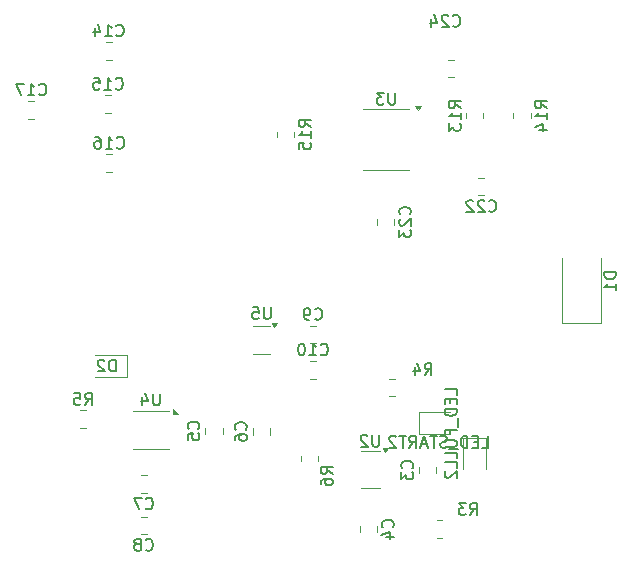
<source format=gbr>
%TF.GenerationSoftware,KiCad,Pcbnew,8.0.8*%
%TF.CreationDate,2025-01-27T11:39:49+01:00*%
%TF.ProjectId,PGE_PCB,5047455f-5043-4422-9e6b-696361645f70,rev?*%
%TF.SameCoordinates,Original*%
%TF.FileFunction,Legend,Bot*%
%TF.FilePolarity,Positive*%
%FSLAX46Y46*%
G04 Gerber Fmt 4.6, Leading zero omitted, Abs format (unit mm)*
G04 Created by KiCad (PCBNEW 8.0.8) date 2025-01-27 11:39:49*
%MOMM*%
%LPD*%
G01*
G04 APERTURE LIST*
%ADD10C,0.150000*%
%ADD11C,0.120000*%
G04 APERTURE END LIST*
D10*
X154604167Y-104104819D02*
X155080357Y-104104819D01*
X155080357Y-104104819D02*
X155080357Y-103104819D01*
X154270833Y-103581009D02*
X153937500Y-103581009D01*
X153794643Y-104104819D02*
X154270833Y-104104819D01*
X154270833Y-104104819D02*
X154270833Y-103104819D01*
X154270833Y-103104819D02*
X153794643Y-103104819D01*
X153366071Y-104104819D02*
X153366071Y-103104819D01*
X153366071Y-103104819D02*
X153127976Y-103104819D01*
X153127976Y-103104819D02*
X152985119Y-103152438D01*
X152985119Y-103152438D02*
X152889881Y-103247676D01*
X152889881Y-103247676D02*
X152842262Y-103342914D01*
X152842262Y-103342914D02*
X152794643Y-103533390D01*
X152794643Y-103533390D02*
X152794643Y-103676247D01*
X152794643Y-103676247D02*
X152842262Y-103866723D01*
X152842262Y-103866723D02*
X152889881Y-103961961D01*
X152889881Y-103961961D02*
X152985119Y-104057200D01*
X152985119Y-104057200D02*
X153127976Y-104104819D01*
X153127976Y-104104819D02*
X153366071Y-104104819D01*
X152604167Y-104200057D02*
X151842262Y-104200057D01*
X151651785Y-104057200D02*
X151508928Y-104104819D01*
X151508928Y-104104819D02*
X151270833Y-104104819D01*
X151270833Y-104104819D02*
X151175595Y-104057200D01*
X151175595Y-104057200D02*
X151127976Y-104009580D01*
X151127976Y-104009580D02*
X151080357Y-103914342D01*
X151080357Y-103914342D02*
X151080357Y-103819104D01*
X151080357Y-103819104D02*
X151127976Y-103723866D01*
X151127976Y-103723866D02*
X151175595Y-103676247D01*
X151175595Y-103676247D02*
X151270833Y-103628628D01*
X151270833Y-103628628D02*
X151461309Y-103581009D01*
X151461309Y-103581009D02*
X151556547Y-103533390D01*
X151556547Y-103533390D02*
X151604166Y-103485771D01*
X151604166Y-103485771D02*
X151651785Y-103390533D01*
X151651785Y-103390533D02*
X151651785Y-103295295D01*
X151651785Y-103295295D02*
X151604166Y-103200057D01*
X151604166Y-103200057D02*
X151556547Y-103152438D01*
X151556547Y-103152438D02*
X151461309Y-103104819D01*
X151461309Y-103104819D02*
X151223214Y-103104819D01*
X151223214Y-103104819D02*
X151080357Y-103152438D01*
X150794642Y-103104819D02*
X150223214Y-103104819D01*
X150508928Y-104104819D02*
X150508928Y-103104819D01*
X149937499Y-103819104D02*
X149461309Y-103819104D01*
X150032737Y-104104819D02*
X149699404Y-103104819D01*
X149699404Y-103104819D02*
X149366071Y-104104819D01*
X148461309Y-104104819D02*
X148794642Y-103628628D01*
X149032737Y-104104819D02*
X149032737Y-103104819D01*
X149032737Y-103104819D02*
X148651785Y-103104819D01*
X148651785Y-103104819D02*
X148556547Y-103152438D01*
X148556547Y-103152438D02*
X148508928Y-103200057D01*
X148508928Y-103200057D02*
X148461309Y-103295295D01*
X148461309Y-103295295D02*
X148461309Y-103438152D01*
X148461309Y-103438152D02*
X148508928Y-103533390D01*
X148508928Y-103533390D02*
X148556547Y-103581009D01*
X148556547Y-103581009D02*
X148651785Y-103628628D01*
X148651785Y-103628628D02*
X149032737Y-103628628D01*
X148175594Y-103104819D02*
X147604166Y-103104819D01*
X147889880Y-104104819D02*
X147889880Y-103104819D01*
X147318451Y-103200057D02*
X147270832Y-103152438D01*
X147270832Y-103152438D02*
X147175594Y-103104819D01*
X147175594Y-103104819D02*
X146937499Y-103104819D01*
X146937499Y-103104819D02*
X146842261Y-103152438D01*
X146842261Y-103152438D02*
X146794642Y-103200057D01*
X146794642Y-103200057D02*
X146747023Y-103295295D01*
X146747023Y-103295295D02*
X146747023Y-103390533D01*
X146747023Y-103390533D02*
X146794642Y-103533390D01*
X146794642Y-103533390D02*
X147366070Y-104104819D01*
X147366070Y-104104819D02*
X146747023Y-104104819D01*
X140466666Y-93184580D02*
X140514285Y-93232200D01*
X140514285Y-93232200D02*
X140657142Y-93279819D01*
X140657142Y-93279819D02*
X140752380Y-93279819D01*
X140752380Y-93279819D02*
X140895237Y-93232200D01*
X140895237Y-93232200D02*
X140990475Y-93136961D01*
X140990475Y-93136961D02*
X141038094Y-93041723D01*
X141038094Y-93041723D02*
X141085713Y-92851247D01*
X141085713Y-92851247D02*
X141085713Y-92708390D01*
X141085713Y-92708390D02*
X141038094Y-92517914D01*
X141038094Y-92517914D02*
X140990475Y-92422676D01*
X140990475Y-92422676D02*
X140895237Y-92327438D01*
X140895237Y-92327438D02*
X140752380Y-92279819D01*
X140752380Y-92279819D02*
X140657142Y-92279819D01*
X140657142Y-92279819D02*
X140514285Y-92327438D01*
X140514285Y-92327438D02*
X140466666Y-92375057D01*
X139990475Y-93279819D02*
X139799999Y-93279819D01*
X139799999Y-93279819D02*
X139704761Y-93232200D01*
X139704761Y-93232200D02*
X139657142Y-93184580D01*
X139657142Y-93184580D02*
X139561904Y-93041723D01*
X139561904Y-93041723D02*
X139514285Y-92851247D01*
X139514285Y-92851247D02*
X139514285Y-92470295D01*
X139514285Y-92470295D02*
X139561904Y-92375057D01*
X139561904Y-92375057D02*
X139609523Y-92327438D01*
X139609523Y-92327438D02*
X139704761Y-92279819D01*
X139704761Y-92279819D02*
X139895237Y-92279819D01*
X139895237Y-92279819D02*
X139990475Y-92327438D01*
X139990475Y-92327438D02*
X140038094Y-92375057D01*
X140038094Y-92375057D02*
X140085713Y-92470295D01*
X140085713Y-92470295D02*
X140085713Y-92708390D01*
X140085713Y-92708390D02*
X140038094Y-92803628D01*
X140038094Y-92803628D02*
X139990475Y-92851247D01*
X139990475Y-92851247D02*
X139895237Y-92898866D01*
X139895237Y-92898866D02*
X139704761Y-92898866D01*
X139704761Y-92898866D02*
X139609523Y-92851247D01*
X139609523Y-92851247D02*
X139561904Y-92803628D01*
X139561904Y-92803628D02*
X139514285Y-92708390D01*
X153579166Y-109804819D02*
X153912499Y-109328628D01*
X154150594Y-109804819D02*
X154150594Y-108804819D01*
X154150594Y-108804819D02*
X153769642Y-108804819D01*
X153769642Y-108804819D02*
X153674404Y-108852438D01*
X153674404Y-108852438D02*
X153626785Y-108900057D01*
X153626785Y-108900057D02*
X153579166Y-108995295D01*
X153579166Y-108995295D02*
X153579166Y-109138152D01*
X153579166Y-109138152D02*
X153626785Y-109233390D01*
X153626785Y-109233390D02*
X153674404Y-109281009D01*
X153674404Y-109281009D02*
X153769642Y-109328628D01*
X153769642Y-109328628D02*
X154150594Y-109328628D01*
X153245832Y-108804819D02*
X152626785Y-108804819D01*
X152626785Y-108804819D02*
X152960118Y-109185771D01*
X152960118Y-109185771D02*
X152817261Y-109185771D01*
X152817261Y-109185771D02*
X152722023Y-109233390D01*
X152722023Y-109233390D02*
X152674404Y-109281009D01*
X152674404Y-109281009D02*
X152626785Y-109376247D01*
X152626785Y-109376247D02*
X152626785Y-109614342D01*
X152626785Y-109614342D02*
X152674404Y-109709580D01*
X152674404Y-109709580D02*
X152722023Y-109757200D01*
X152722023Y-109757200D02*
X152817261Y-109804819D01*
X152817261Y-109804819D02*
X153102975Y-109804819D01*
X153102975Y-109804819D02*
X153198213Y-109757200D01*
X153198213Y-109757200D02*
X153245832Y-109709580D01*
X120994166Y-100488819D02*
X121327499Y-100012628D01*
X121565594Y-100488819D02*
X121565594Y-99488819D01*
X121565594Y-99488819D02*
X121184642Y-99488819D01*
X121184642Y-99488819D02*
X121089404Y-99536438D01*
X121089404Y-99536438D02*
X121041785Y-99584057D01*
X121041785Y-99584057D02*
X120994166Y-99679295D01*
X120994166Y-99679295D02*
X120994166Y-99822152D01*
X120994166Y-99822152D02*
X121041785Y-99917390D01*
X121041785Y-99917390D02*
X121089404Y-99965009D01*
X121089404Y-99965009D02*
X121184642Y-100012628D01*
X121184642Y-100012628D02*
X121565594Y-100012628D01*
X120089404Y-99488819D02*
X120565594Y-99488819D01*
X120565594Y-99488819D02*
X120613213Y-99965009D01*
X120613213Y-99965009D02*
X120565594Y-99917390D01*
X120565594Y-99917390D02*
X120470356Y-99869771D01*
X120470356Y-99869771D02*
X120232261Y-99869771D01*
X120232261Y-99869771D02*
X120137023Y-99917390D01*
X120137023Y-99917390D02*
X120089404Y-99965009D01*
X120089404Y-99965009D02*
X120041785Y-100060247D01*
X120041785Y-100060247D02*
X120041785Y-100298342D01*
X120041785Y-100298342D02*
X120089404Y-100393580D01*
X120089404Y-100393580D02*
X120137023Y-100441200D01*
X120137023Y-100441200D02*
X120232261Y-100488819D01*
X120232261Y-100488819D02*
X120470356Y-100488819D01*
X120470356Y-100488819D02*
X120565594Y-100441200D01*
X120565594Y-100441200D02*
X120613213Y-100393580D01*
X165954819Y-89261905D02*
X164954819Y-89261905D01*
X164954819Y-89261905D02*
X164954819Y-89500000D01*
X164954819Y-89500000D02*
X165002438Y-89642857D01*
X165002438Y-89642857D02*
X165097676Y-89738095D01*
X165097676Y-89738095D02*
X165192914Y-89785714D01*
X165192914Y-89785714D02*
X165383390Y-89833333D01*
X165383390Y-89833333D02*
X165526247Y-89833333D01*
X165526247Y-89833333D02*
X165716723Y-89785714D01*
X165716723Y-89785714D02*
X165811961Y-89738095D01*
X165811961Y-89738095D02*
X165907200Y-89642857D01*
X165907200Y-89642857D02*
X165954819Y-89500000D01*
X165954819Y-89500000D02*
X165954819Y-89261905D01*
X165954819Y-90785714D02*
X165954819Y-90214286D01*
X165954819Y-90500000D02*
X164954819Y-90500000D01*
X164954819Y-90500000D02*
X165097676Y-90404762D01*
X165097676Y-90404762D02*
X165192914Y-90309524D01*
X165192914Y-90309524D02*
X165240533Y-90214286D01*
X145899404Y-103004819D02*
X145899404Y-103814342D01*
X145899404Y-103814342D02*
X145851785Y-103909580D01*
X145851785Y-103909580D02*
X145804166Y-103957200D01*
X145804166Y-103957200D02*
X145708928Y-104004819D01*
X145708928Y-104004819D02*
X145518452Y-104004819D01*
X145518452Y-104004819D02*
X145423214Y-103957200D01*
X145423214Y-103957200D02*
X145375595Y-103909580D01*
X145375595Y-103909580D02*
X145327976Y-103814342D01*
X145327976Y-103814342D02*
X145327976Y-103004819D01*
X144899404Y-103100057D02*
X144851785Y-103052438D01*
X144851785Y-103052438D02*
X144756547Y-103004819D01*
X144756547Y-103004819D02*
X144518452Y-103004819D01*
X144518452Y-103004819D02*
X144423214Y-103052438D01*
X144423214Y-103052438D02*
X144375595Y-103100057D01*
X144375595Y-103100057D02*
X144327976Y-103195295D01*
X144327976Y-103195295D02*
X144327976Y-103290533D01*
X144327976Y-103290533D02*
X144375595Y-103433390D01*
X144375595Y-103433390D02*
X144947023Y-104004819D01*
X144947023Y-104004819D02*
X144327976Y-104004819D01*
X126131666Y-109223580D02*
X126179285Y-109271200D01*
X126179285Y-109271200D02*
X126322142Y-109318819D01*
X126322142Y-109318819D02*
X126417380Y-109318819D01*
X126417380Y-109318819D02*
X126560237Y-109271200D01*
X126560237Y-109271200D02*
X126655475Y-109175961D01*
X126655475Y-109175961D02*
X126703094Y-109080723D01*
X126703094Y-109080723D02*
X126750713Y-108890247D01*
X126750713Y-108890247D02*
X126750713Y-108747390D01*
X126750713Y-108747390D02*
X126703094Y-108556914D01*
X126703094Y-108556914D02*
X126655475Y-108461676D01*
X126655475Y-108461676D02*
X126560237Y-108366438D01*
X126560237Y-108366438D02*
X126417380Y-108318819D01*
X126417380Y-108318819D02*
X126322142Y-108318819D01*
X126322142Y-108318819D02*
X126179285Y-108366438D01*
X126179285Y-108366438D02*
X126131666Y-108414057D01*
X125798332Y-108318819D02*
X125131666Y-108318819D01*
X125131666Y-108318819D02*
X125560237Y-109318819D01*
X136711904Y-92204819D02*
X136711904Y-93014342D01*
X136711904Y-93014342D02*
X136664285Y-93109580D01*
X136664285Y-93109580D02*
X136616666Y-93157200D01*
X136616666Y-93157200D02*
X136521428Y-93204819D01*
X136521428Y-93204819D02*
X136330952Y-93204819D01*
X136330952Y-93204819D02*
X136235714Y-93157200D01*
X136235714Y-93157200D02*
X136188095Y-93109580D01*
X136188095Y-93109580D02*
X136140476Y-93014342D01*
X136140476Y-93014342D02*
X136140476Y-92204819D01*
X135188095Y-92204819D02*
X135664285Y-92204819D01*
X135664285Y-92204819D02*
X135711904Y-92681009D01*
X135711904Y-92681009D02*
X135664285Y-92633390D01*
X135664285Y-92633390D02*
X135569047Y-92585771D01*
X135569047Y-92585771D02*
X135330952Y-92585771D01*
X135330952Y-92585771D02*
X135235714Y-92633390D01*
X135235714Y-92633390D02*
X135188095Y-92681009D01*
X135188095Y-92681009D02*
X135140476Y-92776247D01*
X135140476Y-92776247D02*
X135140476Y-93014342D01*
X135140476Y-93014342D02*
X135188095Y-93109580D01*
X135188095Y-93109580D02*
X135235714Y-93157200D01*
X135235714Y-93157200D02*
X135330952Y-93204819D01*
X135330952Y-93204819D02*
X135569047Y-93204819D01*
X135569047Y-93204819D02*
X135664285Y-93157200D01*
X135664285Y-93157200D02*
X135711904Y-93109580D01*
X148489580Y-84357142D02*
X148537200Y-84309523D01*
X148537200Y-84309523D02*
X148584819Y-84166666D01*
X148584819Y-84166666D02*
X148584819Y-84071428D01*
X148584819Y-84071428D02*
X148537200Y-83928571D01*
X148537200Y-83928571D02*
X148441961Y-83833333D01*
X148441961Y-83833333D02*
X148346723Y-83785714D01*
X148346723Y-83785714D02*
X148156247Y-83738095D01*
X148156247Y-83738095D02*
X148013390Y-83738095D01*
X148013390Y-83738095D02*
X147822914Y-83785714D01*
X147822914Y-83785714D02*
X147727676Y-83833333D01*
X147727676Y-83833333D02*
X147632438Y-83928571D01*
X147632438Y-83928571D02*
X147584819Y-84071428D01*
X147584819Y-84071428D02*
X147584819Y-84166666D01*
X147584819Y-84166666D02*
X147632438Y-84309523D01*
X147632438Y-84309523D02*
X147680057Y-84357142D01*
X147680057Y-84738095D02*
X147632438Y-84785714D01*
X147632438Y-84785714D02*
X147584819Y-84880952D01*
X147584819Y-84880952D02*
X147584819Y-85119047D01*
X147584819Y-85119047D02*
X147632438Y-85214285D01*
X147632438Y-85214285D02*
X147680057Y-85261904D01*
X147680057Y-85261904D02*
X147775295Y-85309523D01*
X147775295Y-85309523D02*
X147870533Y-85309523D01*
X147870533Y-85309523D02*
X148013390Y-85261904D01*
X148013390Y-85261904D02*
X148584819Y-84690476D01*
X148584819Y-84690476D02*
X148584819Y-85309523D01*
X147584819Y-85642857D02*
X147584819Y-86261904D01*
X147584819Y-86261904D02*
X147965771Y-85928571D01*
X147965771Y-85928571D02*
X147965771Y-86071428D01*
X147965771Y-86071428D02*
X148013390Y-86166666D01*
X148013390Y-86166666D02*
X148061009Y-86214285D01*
X148061009Y-86214285D02*
X148156247Y-86261904D01*
X148156247Y-86261904D02*
X148394342Y-86261904D01*
X148394342Y-86261904D02*
X148489580Y-86214285D01*
X148489580Y-86214285D02*
X148537200Y-86166666D01*
X148537200Y-86166666D02*
X148584819Y-86071428D01*
X148584819Y-86071428D02*
X148584819Y-85785714D01*
X148584819Y-85785714D02*
X148537200Y-85690476D01*
X148537200Y-85690476D02*
X148489580Y-85642857D01*
X130594580Y-102517333D02*
X130642200Y-102469714D01*
X130642200Y-102469714D02*
X130689819Y-102326857D01*
X130689819Y-102326857D02*
X130689819Y-102231619D01*
X130689819Y-102231619D02*
X130642200Y-102088762D01*
X130642200Y-102088762D02*
X130546961Y-101993524D01*
X130546961Y-101993524D02*
X130451723Y-101945905D01*
X130451723Y-101945905D02*
X130261247Y-101898286D01*
X130261247Y-101898286D02*
X130118390Y-101898286D01*
X130118390Y-101898286D02*
X129927914Y-101945905D01*
X129927914Y-101945905D02*
X129832676Y-101993524D01*
X129832676Y-101993524D02*
X129737438Y-102088762D01*
X129737438Y-102088762D02*
X129689819Y-102231619D01*
X129689819Y-102231619D02*
X129689819Y-102326857D01*
X129689819Y-102326857D02*
X129737438Y-102469714D01*
X129737438Y-102469714D02*
X129785057Y-102517333D01*
X129689819Y-103422095D02*
X129689819Y-102945905D01*
X129689819Y-102945905D02*
X130166009Y-102898286D01*
X130166009Y-102898286D02*
X130118390Y-102945905D01*
X130118390Y-102945905D02*
X130070771Y-103041143D01*
X130070771Y-103041143D02*
X130070771Y-103279238D01*
X130070771Y-103279238D02*
X130118390Y-103374476D01*
X130118390Y-103374476D02*
X130166009Y-103422095D01*
X130166009Y-103422095D02*
X130261247Y-103469714D01*
X130261247Y-103469714D02*
X130499342Y-103469714D01*
X130499342Y-103469714D02*
X130594580Y-103422095D01*
X130594580Y-103422095D02*
X130642200Y-103374476D01*
X130642200Y-103374476D02*
X130689819Y-103279238D01*
X130689819Y-103279238D02*
X130689819Y-103041143D01*
X130689819Y-103041143D02*
X130642200Y-102945905D01*
X130642200Y-102945905D02*
X130594580Y-102898286D01*
X147039580Y-110833333D02*
X147087200Y-110785714D01*
X147087200Y-110785714D02*
X147134819Y-110642857D01*
X147134819Y-110642857D02*
X147134819Y-110547619D01*
X147134819Y-110547619D02*
X147087200Y-110404762D01*
X147087200Y-110404762D02*
X146991961Y-110309524D01*
X146991961Y-110309524D02*
X146896723Y-110261905D01*
X146896723Y-110261905D02*
X146706247Y-110214286D01*
X146706247Y-110214286D02*
X146563390Y-110214286D01*
X146563390Y-110214286D02*
X146372914Y-110261905D01*
X146372914Y-110261905D02*
X146277676Y-110309524D01*
X146277676Y-110309524D02*
X146182438Y-110404762D01*
X146182438Y-110404762D02*
X146134819Y-110547619D01*
X146134819Y-110547619D02*
X146134819Y-110642857D01*
X146134819Y-110642857D02*
X146182438Y-110785714D01*
X146182438Y-110785714D02*
X146230057Y-110833333D01*
X146468152Y-111690476D02*
X147134819Y-111690476D01*
X146087200Y-111452381D02*
X146801485Y-111214286D01*
X146801485Y-111214286D02*
X146801485Y-111833333D01*
X123592857Y-73679580D02*
X123640476Y-73727200D01*
X123640476Y-73727200D02*
X123783333Y-73774819D01*
X123783333Y-73774819D02*
X123878571Y-73774819D01*
X123878571Y-73774819D02*
X124021428Y-73727200D01*
X124021428Y-73727200D02*
X124116666Y-73631961D01*
X124116666Y-73631961D02*
X124164285Y-73536723D01*
X124164285Y-73536723D02*
X124211904Y-73346247D01*
X124211904Y-73346247D02*
X124211904Y-73203390D01*
X124211904Y-73203390D02*
X124164285Y-73012914D01*
X124164285Y-73012914D02*
X124116666Y-72917676D01*
X124116666Y-72917676D02*
X124021428Y-72822438D01*
X124021428Y-72822438D02*
X123878571Y-72774819D01*
X123878571Y-72774819D02*
X123783333Y-72774819D01*
X123783333Y-72774819D02*
X123640476Y-72822438D01*
X123640476Y-72822438D02*
X123592857Y-72870057D01*
X122640476Y-73774819D02*
X123211904Y-73774819D01*
X122926190Y-73774819D02*
X122926190Y-72774819D01*
X122926190Y-72774819D02*
X123021428Y-72917676D01*
X123021428Y-72917676D02*
X123116666Y-73012914D01*
X123116666Y-73012914D02*
X123211904Y-73060533D01*
X121735714Y-72774819D02*
X122211904Y-72774819D01*
X122211904Y-72774819D02*
X122259523Y-73251009D01*
X122259523Y-73251009D02*
X122211904Y-73203390D01*
X122211904Y-73203390D02*
X122116666Y-73155771D01*
X122116666Y-73155771D02*
X121878571Y-73155771D01*
X121878571Y-73155771D02*
X121783333Y-73203390D01*
X121783333Y-73203390D02*
X121735714Y-73251009D01*
X121735714Y-73251009D02*
X121688095Y-73346247D01*
X121688095Y-73346247D02*
X121688095Y-73584342D01*
X121688095Y-73584342D02*
X121735714Y-73679580D01*
X121735714Y-73679580D02*
X121783333Y-73727200D01*
X121783333Y-73727200D02*
X121878571Y-73774819D01*
X121878571Y-73774819D02*
X122116666Y-73774819D01*
X122116666Y-73774819D02*
X122211904Y-73727200D01*
X122211904Y-73727200D02*
X122259523Y-73679580D01*
X123590594Y-97638819D02*
X123590594Y-96638819D01*
X123590594Y-96638819D02*
X123352499Y-96638819D01*
X123352499Y-96638819D02*
X123209642Y-96686438D01*
X123209642Y-96686438D02*
X123114404Y-96781676D01*
X123114404Y-96781676D02*
X123066785Y-96876914D01*
X123066785Y-96876914D02*
X123019166Y-97067390D01*
X123019166Y-97067390D02*
X123019166Y-97210247D01*
X123019166Y-97210247D02*
X123066785Y-97400723D01*
X123066785Y-97400723D02*
X123114404Y-97495961D01*
X123114404Y-97495961D02*
X123209642Y-97591200D01*
X123209642Y-97591200D02*
X123352499Y-97638819D01*
X123352499Y-97638819D02*
X123590594Y-97638819D01*
X122638213Y-96734057D02*
X122590594Y-96686438D01*
X122590594Y-96686438D02*
X122495356Y-96638819D01*
X122495356Y-96638819D02*
X122257261Y-96638819D01*
X122257261Y-96638819D02*
X122162023Y-96686438D01*
X122162023Y-96686438D02*
X122114404Y-96734057D01*
X122114404Y-96734057D02*
X122066785Y-96829295D01*
X122066785Y-96829295D02*
X122066785Y-96924533D01*
X122066785Y-96924533D02*
X122114404Y-97067390D01*
X122114404Y-97067390D02*
X122685832Y-97638819D01*
X122685832Y-97638819D02*
X122066785Y-97638819D01*
X152142857Y-68359580D02*
X152190476Y-68407200D01*
X152190476Y-68407200D02*
X152333333Y-68454819D01*
X152333333Y-68454819D02*
X152428571Y-68454819D01*
X152428571Y-68454819D02*
X152571428Y-68407200D01*
X152571428Y-68407200D02*
X152666666Y-68311961D01*
X152666666Y-68311961D02*
X152714285Y-68216723D01*
X152714285Y-68216723D02*
X152761904Y-68026247D01*
X152761904Y-68026247D02*
X152761904Y-67883390D01*
X152761904Y-67883390D02*
X152714285Y-67692914D01*
X152714285Y-67692914D02*
X152666666Y-67597676D01*
X152666666Y-67597676D02*
X152571428Y-67502438D01*
X152571428Y-67502438D02*
X152428571Y-67454819D01*
X152428571Y-67454819D02*
X152333333Y-67454819D01*
X152333333Y-67454819D02*
X152190476Y-67502438D01*
X152190476Y-67502438D02*
X152142857Y-67550057D01*
X151761904Y-67550057D02*
X151714285Y-67502438D01*
X151714285Y-67502438D02*
X151619047Y-67454819D01*
X151619047Y-67454819D02*
X151380952Y-67454819D01*
X151380952Y-67454819D02*
X151285714Y-67502438D01*
X151285714Y-67502438D02*
X151238095Y-67550057D01*
X151238095Y-67550057D02*
X151190476Y-67645295D01*
X151190476Y-67645295D02*
X151190476Y-67740533D01*
X151190476Y-67740533D02*
X151238095Y-67883390D01*
X151238095Y-67883390D02*
X151809523Y-68454819D01*
X151809523Y-68454819D02*
X151190476Y-68454819D01*
X150333333Y-67788152D02*
X150333333Y-68454819D01*
X150571428Y-67407200D02*
X150809523Y-68121485D01*
X150809523Y-68121485D02*
X150190476Y-68121485D01*
X141954819Y-106333333D02*
X141478628Y-106000000D01*
X141954819Y-105761905D02*
X140954819Y-105761905D01*
X140954819Y-105761905D02*
X140954819Y-106142857D01*
X140954819Y-106142857D02*
X141002438Y-106238095D01*
X141002438Y-106238095D02*
X141050057Y-106285714D01*
X141050057Y-106285714D02*
X141145295Y-106333333D01*
X141145295Y-106333333D02*
X141288152Y-106333333D01*
X141288152Y-106333333D02*
X141383390Y-106285714D01*
X141383390Y-106285714D02*
X141431009Y-106238095D01*
X141431009Y-106238095D02*
X141478628Y-106142857D01*
X141478628Y-106142857D02*
X141478628Y-105761905D01*
X140954819Y-107190476D02*
X140954819Y-107000000D01*
X140954819Y-107000000D02*
X141002438Y-106904762D01*
X141002438Y-106904762D02*
X141050057Y-106857143D01*
X141050057Y-106857143D02*
X141192914Y-106761905D01*
X141192914Y-106761905D02*
X141383390Y-106714286D01*
X141383390Y-106714286D02*
X141764342Y-106714286D01*
X141764342Y-106714286D02*
X141859580Y-106761905D01*
X141859580Y-106761905D02*
X141907200Y-106809524D01*
X141907200Y-106809524D02*
X141954819Y-106904762D01*
X141954819Y-106904762D02*
X141954819Y-107095238D01*
X141954819Y-107095238D02*
X141907200Y-107190476D01*
X141907200Y-107190476D02*
X141859580Y-107238095D01*
X141859580Y-107238095D02*
X141764342Y-107285714D01*
X141764342Y-107285714D02*
X141526247Y-107285714D01*
X141526247Y-107285714D02*
X141431009Y-107238095D01*
X141431009Y-107238095D02*
X141383390Y-107190476D01*
X141383390Y-107190476D02*
X141335771Y-107095238D01*
X141335771Y-107095238D02*
X141335771Y-106904762D01*
X141335771Y-106904762D02*
X141383390Y-106809524D01*
X141383390Y-106809524D02*
X141431009Y-106761905D01*
X141431009Y-106761905D02*
X141526247Y-106714286D01*
X155192857Y-84039580D02*
X155240476Y-84087200D01*
X155240476Y-84087200D02*
X155383333Y-84134819D01*
X155383333Y-84134819D02*
X155478571Y-84134819D01*
X155478571Y-84134819D02*
X155621428Y-84087200D01*
X155621428Y-84087200D02*
X155716666Y-83991961D01*
X155716666Y-83991961D02*
X155764285Y-83896723D01*
X155764285Y-83896723D02*
X155811904Y-83706247D01*
X155811904Y-83706247D02*
X155811904Y-83563390D01*
X155811904Y-83563390D02*
X155764285Y-83372914D01*
X155764285Y-83372914D02*
X155716666Y-83277676D01*
X155716666Y-83277676D02*
X155621428Y-83182438D01*
X155621428Y-83182438D02*
X155478571Y-83134819D01*
X155478571Y-83134819D02*
X155383333Y-83134819D01*
X155383333Y-83134819D02*
X155240476Y-83182438D01*
X155240476Y-83182438D02*
X155192857Y-83230057D01*
X154811904Y-83230057D02*
X154764285Y-83182438D01*
X154764285Y-83182438D02*
X154669047Y-83134819D01*
X154669047Y-83134819D02*
X154430952Y-83134819D01*
X154430952Y-83134819D02*
X154335714Y-83182438D01*
X154335714Y-83182438D02*
X154288095Y-83230057D01*
X154288095Y-83230057D02*
X154240476Y-83325295D01*
X154240476Y-83325295D02*
X154240476Y-83420533D01*
X154240476Y-83420533D02*
X154288095Y-83563390D01*
X154288095Y-83563390D02*
X154859523Y-84134819D01*
X154859523Y-84134819D02*
X154240476Y-84134819D01*
X153859523Y-83230057D02*
X153811904Y-83182438D01*
X153811904Y-83182438D02*
X153716666Y-83134819D01*
X153716666Y-83134819D02*
X153478571Y-83134819D01*
X153478571Y-83134819D02*
X153383333Y-83182438D01*
X153383333Y-83182438D02*
X153335714Y-83230057D01*
X153335714Y-83230057D02*
X153288095Y-83325295D01*
X153288095Y-83325295D02*
X153288095Y-83420533D01*
X153288095Y-83420533D02*
X153335714Y-83563390D01*
X153335714Y-83563390D02*
X153907142Y-84134819D01*
X153907142Y-84134819D02*
X153288095Y-84134819D01*
X140942857Y-96194580D02*
X140990476Y-96242200D01*
X140990476Y-96242200D02*
X141133333Y-96289819D01*
X141133333Y-96289819D02*
X141228571Y-96289819D01*
X141228571Y-96289819D02*
X141371428Y-96242200D01*
X141371428Y-96242200D02*
X141466666Y-96146961D01*
X141466666Y-96146961D02*
X141514285Y-96051723D01*
X141514285Y-96051723D02*
X141561904Y-95861247D01*
X141561904Y-95861247D02*
X141561904Y-95718390D01*
X141561904Y-95718390D02*
X141514285Y-95527914D01*
X141514285Y-95527914D02*
X141466666Y-95432676D01*
X141466666Y-95432676D02*
X141371428Y-95337438D01*
X141371428Y-95337438D02*
X141228571Y-95289819D01*
X141228571Y-95289819D02*
X141133333Y-95289819D01*
X141133333Y-95289819D02*
X140990476Y-95337438D01*
X140990476Y-95337438D02*
X140942857Y-95385057D01*
X139990476Y-96289819D02*
X140561904Y-96289819D01*
X140276190Y-96289819D02*
X140276190Y-95289819D01*
X140276190Y-95289819D02*
X140371428Y-95432676D01*
X140371428Y-95432676D02*
X140466666Y-95527914D01*
X140466666Y-95527914D02*
X140561904Y-95575533D01*
X139371428Y-95289819D02*
X139276190Y-95289819D01*
X139276190Y-95289819D02*
X139180952Y-95337438D01*
X139180952Y-95337438D02*
X139133333Y-95385057D01*
X139133333Y-95385057D02*
X139085714Y-95480295D01*
X139085714Y-95480295D02*
X139038095Y-95670771D01*
X139038095Y-95670771D02*
X139038095Y-95908866D01*
X139038095Y-95908866D02*
X139085714Y-96099342D01*
X139085714Y-96099342D02*
X139133333Y-96194580D01*
X139133333Y-96194580D02*
X139180952Y-96242200D01*
X139180952Y-96242200D02*
X139276190Y-96289819D01*
X139276190Y-96289819D02*
X139371428Y-96289819D01*
X139371428Y-96289819D02*
X139466666Y-96242200D01*
X139466666Y-96242200D02*
X139514285Y-96194580D01*
X139514285Y-96194580D02*
X139561904Y-96099342D01*
X139561904Y-96099342D02*
X139609523Y-95908866D01*
X139609523Y-95908866D02*
X139609523Y-95670771D01*
X139609523Y-95670771D02*
X139561904Y-95480295D01*
X139561904Y-95480295D02*
X139514285Y-95385057D01*
X139514285Y-95385057D02*
X139466666Y-95337438D01*
X139466666Y-95337438D02*
X139371428Y-95289819D01*
X117102857Y-74179580D02*
X117150476Y-74227200D01*
X117150476Y-74227200D02*
X117293333Y-74274819D01*
X117293333Y-74274819D02*
X117388571Y-74274819D01*
X117388571Y-74274819D02*
X117531428Y-74227200D01*
X117531428Y-74227200D02*
X117626666Y-74131961D01*
X117626666Y-74131961D02*
X117674285Y-74036723D01*
X117674285Y-74036723D02*
X117721904Y-73846247D01*
X117721904Y-73846247D02*
X117721904Y-73703390D01*
X117721904Y-73703390D02*
X117674285Y-73512914D01*
X117674285Y-73512914D02*
X117626666Y-73417676D01*
X117626666Y-73417676D02*
X117531428Y-73322438D01*
X117531428Y-73322438D02*
X117388571Y-73274819D01*
X117388571Y-73274819D02*
X117293333Y-73274819D01*
X117293333Y-73274819D02*
X117150476Y-73322438D01*
X117150476Y-73322438D02*
X117102857Y-73370057D01*
X116150476Y-74274819D02*
X116721904Y-74274819D01*
X116436190Y-74274819D02*
X116436190Y-73274819D01*
X116436190Y-73274819D02*
X116531428Y-73417676D01*
X116531428Y-73417676D02*
X116626666Y-73512914D01*
X116626666Y-73512914D02*
X116721904Y-73560533D01*
X115817142Y-73274819D02*
X115150476Y-73274819D01*
X115150476Y-73274819D02*
X115579047Y-74274819D01*
X140104819Y-76944642D02*
X139628628Y-76611309D01*
X140104819Y-76373214D02*
X139104819Y-76373214D01*
X139104819Y-76373214D02*
X139104819Y-76754166D01*
X139104819Y-76754166D02*
X139152438Y-76849404D01*
X139152438Y-76849404D02*
X139200057Y-76897023D01*
X139200057Y-76897023D02*
X139295295Y-76944642D01*
X139295295Y-76944642D02*
X139438152Y-76944642D01*
X139438152Y-76944642D02*
X139533390Y-76897023D01*
X139533390Y-76897023D02*
X139581009Y-76849404D01*
X139581009Y-76849404D02*
X139628628Y-76754166D01*
X139628628Y-76754166D02*
X139628628Y-76373214D01*
X140104819Y-77897023D02*
X140104819Y-77325595D01*
X140104819Y-77611309D02*
X139104819Y-77611309D01*
X139104819Y-77611309D02*
X139247676Y-77516071D01*
X139247676Y-77516071D02*
X139342914Y-77420833D01*
X139342914Y-77420833D02*
X139390533Y-77325595D01*
X139104819Y-78801785D02*
X139104819Y-78325595D01*
X139104819Y-78325595D02*
X139581009Y-78277976D01*
X139581009Y-78277976D02*
X139533390Y-78325595D01*
X139533390Y-78325595D02*
X139485771Y-78420833D01*
X139485771Y-78420833D02*
X139485771Y-78658928D01*
X139485771Y-78658928D02*
X139533390Y-78754166D01*
X139533390Y-78754166D02*
X139581009Y-78801785D01*
X139581009Y-78801785D02*
X139676247Y-78849404D01*
X139676247Y-78849404D02*
X139914342Y-78849404D01*
X139914342Y-78849404D02*
X140009580Y-78801785D01*
X140009580Y-78801785D02*
X140057200Y-78754166D01*
X140057200Y-78754166D02*
X140104819Y-78658928D01*
X140104819Y-78658928D02*
X140104819Y-78420833D01*
X140104819Y-78420833D02*
X140057200Y-78325595D01*
X140057200Y-78325595D02*
X140009580Y-78277976D01*
X160104819Y-75357142D02*
X159628628Y-75023809D01*
X160104819Y-74785714D02*
X159104819Y-74785714D01*
X159104819Y-74785714D02*
X159104819Y-75166666D01*
X159104819Y-75166666D02*
X159152438Y-75261904D01*
X159152438Y-75261904D02*
X159200057Y-75309523D01*
X159200057Y-75309523D02*
X159295295Y-75357142D01*
X159295295Y-75357142D02*
X159438152Y-75357142D01*
X159438152Y-75357142D02*
X159533390Y-75309523D01*
X159533390Y-75309523D02*
X159581009Y-75261904D01*
X159581009Y-75261904D02*
X159628628Y-75166666D01*
X159628628Y-75166666D02*
X159628628Y-74785714D01*
X160104819Y-76309523D02*
X160104819Y-75738095D01*
X160104819Y-76023809D02*
X159104819Y-76023809D01*
X159104819Y-76023809D02*
X159247676Y-75928571D01*
X159247676Y-75928571D02*
X159342914Y-75833333D01*
X159342914Y-75833333D02*
X159390533Y-75738095D01*
X159438152Y-77166666D02*
X160104819Y-77166666D01*
X159057200Y-76928571D02*
X159771485Y-76690476D01*
X159771485Y-76690476D02*
X159771485Y-77309523D01*
X149754166Y-97954819D02*
X150087499Y-97478628D01*
X150325594Y-97954819D02*
X150325594Y-96954819D01*
X150325594Y-96954819D02*
X149944642Y-96954819D01*
X149944642Y-96954819D02*
X149849404Y-97002438D01*
X149849404Y-97002438D02*
X149801785Y-97050057D01*
X149801785Y-97050057D02*
X149754166Y-97145295D01*
X149754166Y-97145295D02*
X149754166Y-97288152D01*
X149754166Y-97288152D02*
X149801785Y-97383390D01*
X149801785Y-97383390D02*
X149849404Y-97431009D01*
X149849404Y-97431009D02*
X149944642Y-97478628D01*
X149944642Y-97478628D02*
X150325594Y-97478628D01*
X148897023Y-97288152D02*
X148897023Y-97954819D01*
X149135118Y-96907200D02*
X149373213Y-97621485D01*
X149373213Y-97621485D02*
X148754166Y-97621485D01*
X152804819Y-75357142D02*
X152328628Y-75023809D01*
X152804819Y-74785714D02*
X151804819Y-74785714D01*
X151804819Y-74785714D02*
X151804819Y-75166666D01*
X151804819Y-75166666D02*
X151852438Y-75261904D01*
X151852438Y-75261904D02*
X151900057Y-75309523D01*
X151900057Y-75309523D02*
X151995295Y-75357142D01*
X151995295Y-75357142D02*
X152138152Y-75357142D01*
X152138152Y-75357142D02*
X152233390Y-75309523D01*
X152233390Y-75309523D02*
X152281009Y-75261904D01*
X152281009Y-75261904D02*
X152328628Y-75166666D01*
X152328628Y-75166666D02*
X152328628Y-74785714D01*
X152804819Y-76309523D02*
X152804819Y-75738095D01*
X152804819Y-76023809D02*
X151804819Y-76023809D01*
X151804819Y-76023809D02*
X151947676Y-75928571D01*
X151947676Y-75928571D02*
X152042914Y-75833333D01*
X152042914Y-75833333D02*
X152090533Y-75738095D01*
X151804819Y-76642857D02*
X151804819Y-77261904D01*
X151804819Y-77261904D02*
X152185771Y-76928571D01*
X152185771Y-76928571D02*
X152185771Y-77071428D01*
X152185771Y-77071428D02*
X152233390Y-77166666D01*
X152233390Y-77166666D02*
X152281009Y-77214285D01*
X152281009Y-77214285D02*
X152376247Y-77261904D01*
X152376247Y-77261904D02*
X152614342Y-77261904D01*
X152614342Y-77261904D02*
X152709580Y-77214285D01*
X152709580Y-77214285D02*
X152757200Y-77166666D01*
X152757200Y-77166666D02*
X152804819Y-77071428D01*
X152804819Y-77071428D02*
X152804819Y-76785714D01*
X152804819Y-76785714D02*
X152757200Y-76690476D01*
X152757200Y-76690476D02*
X152709580Y-76642857D01*
X123692857Y-78679580D02*
X123740476Y-78727200D01*
X123740476Y-78727200D02*
X123883333Y-78774819D01*
X123883333Y-78774819D02*
X123978571Y-78774819D01*
X123978571Y-78774819D02*
X124121428Y-78727200D01*
X124121428Y-78727200D02*
X124216666Y-78631961D01*
X124216666Y-78631961D02*
X124264285Y-78536723D01*
X124264285Y-78536723D02*
X124311904Y-78346247D01*
X124311904Y-78346247D02*
X124311904Y-78203390D01*
X124311904Y-78203390D02*
X124264285Y-78012914D01*
X124264285Y-78012914D02*
X124216666Y-77917676D01*
X124216666Y-77917676D02*
X124121428Y-77822438D01*
X124121428Y-77822438D02*
X123978571Y-77774819D01*
X123978571Y-77774819D02*
X123883333Y-77774819D01*
X123883333Y-77774819D02*
X123740476Y-77822438D01*
X123740476Y-77822438D02*
X123692857Y-77870057D01*
X122740476Y-78774819D02*
X123311904Y-78774819D01*
X123026190Y-78774819D02*
X123026190Y-77774819D01*
X123026190Y-77774819D02*
X123121428Y-77917676D01*
X123121428Y-77917676D02*
X123216666Y-78012914D01*
X123216666Y-78012914D02*
X123311904Y-78060533D01*
X121883333Y-77774819D02*
X122073809Y-77774819D01*
X122073809Y-77774819D02*
X122169047Y-77822438D01*
X122169047Y-77822438D02*
X122216666Y-77870057D01*
X122216666Y-77870057D02*
X122311904Y-78012914D01*
X122311904Y-78012914D02*
X122359523Y-78203390D01*
X122359523Y-78203390D02*
X122359523Y-78584342D01*
X122359523Y-78584342D02*
X122311904Y-78679580D01*
X122311904Y-78679580D02*
X122264285Y-78727200D01*
X122264285Y-78727200D02*
X122169047Y-78774819D01*
X122169047Y-78774819D02*
X121978571Y-78774819D01*
X121978571Y-78774819D02*
X121883333Y-78727200D01*
X121883333Y-78727200D02*
X121835714Y-78679580D01*
X121835714Y-78679580D02*
X121788095Y-78584342D01*
X121788095Y-78584342D02*
X121788095Y-78346247D01*
X121788095Y-78346247D02*
X121835714Y-78251009D01*
X121835714Y-78251009D02*
X121883333Y-78203390D01*
X121883333Y-78203390D02*
X121978571Y-78155771D01*
X121978571Y-78155771D02*
X122169047Y-78155771D01*
X122169047Y-78155771D02*
X122264285Y-78203390D01*
X122264285Y-78203390D02*
X122311904Y-78251009D01*
X122311904Y-78251009D02*
X122359523Y-78346247D01*
X123642857Y-69179580D02*
X123690476Y-69227200D01*
X123690476Y-69227200D02*
X123833333Y-69274819D01*
X123833333Y-69274819D02*
X123928571Y-69274819D01*
X123928571Y-69274819D02*
X124071428Y-69227200D01*
X124071428Y-69227200D02*
X124166666Y-69131961D01*
X124166666Y-69131961D02*
X124214285Y-69036723D01*
X124214285Y-69036723D02*
X124261904Y-68846247D01*
X124261904Y-68846247D02*
X124261904Y-68703390D01*
X124261904Y-68703390D02*
X124214285Y-68512914D01*
X124214285Y-68512914D02*
X124166666Y-68417676D01*
X124166666Y-68417676D02*
X124071428Y-68322438D01*
X124071428Y-68322438D02*
X123928571Y-68274819D01*
X123928571Y-68274819D02*
X123833333Y-68274819D01*
X123833333Y-68274819D02*
X123690476Y-68322438D01*
X123690476Y-68322438D02*
X123642857Y-68370057D01*
X122690476Y-69274819D02*
X123261904Y-69274819D01*
X122976190Y-69274819D02*
X122976190Y-68274819D01*
X122976190Y-68274819D02*
X123071428Y-68417676D01*
X123071428Y-68417676D02*
X123166666Y-68512914D01*
X123166666Y-68512914D02*
X123261904Y-68560533D01*
X121833333Y-68608152D02*
X121833333Y-69274819D01*
X122071428Y-68227200D02*
X122309523Y-68941485D01*
X122309523Y-68941485D02*
X121690476Y-68941485D01*
X148679580Y-105833333D02*
X148727200Y-105785714D01*
X148727200Y-105785714D02*
X148774819Y-105642857D01*
X148774819Y-105642857D02*
X148774819Y-105547619D01*
X148774819Y-105547619D02*
X148727200Y-105404762D01*
X148727200Y-105404762D02*
X148631961Y-105309524D01*
X148631961Y-105309524D02*
X148536723Y-105261905D01*
X148536723Y-105261905D02*
X148346247Y-105214286D01*
X148346247Y-105214286D02*
X148203390Y-105214286D01*
X148203390Y-105214286D02*
X148012914Y-105261905D01*
X148012914Y-105261905D02*
X147917676Y-105309524D01*
X147917676Y-105309524D02*
X147822438Y-105404762D01*
X147822438Y-105404762D02*
X147774819Y-105547619D01*
X147774819Y-105547619D02*
X147774819Y-105642857D01*
X147774819Y-105642857D02*
X147822438Y-105785714D01*
X147822438Y-105785714D02*
X147870057Y-105833333D01*
X147774819Y-106166667D02*
X147774819Y-106785714D01*
X147774819Y-106785714D02*
X148155771Y-106452381D01*
X148155771Y-106452381D02*
X148155771Y-106595238D01*
X148155771Y-106595238D02*
X148203390Y-106690476D01*
X148203390Y-106690476D02*
X148251009Y-106738095D01*
X148251009Y-106738095D02*
X148346247Y-106785714D01*
X148346247Y-106785714D02*
X148584342Y-106785714D01*
X148584342Y-106785714D02*
X148679580Y-106738095D01*
X148679580Y-106738095D02*
X148727200Y-106690476D01*
X148727200Y-106690476D02*
X148774819Y-106595238D01*
X148774819Y-106595238D02*
X148774819Y-106309524D01*
X148774819Y-106309524D02*
X148727200Y-106214286D01*
X148727200Y-106214286D02*
X148679580Y-106166667D01*
X152454819Y-99613094D02*
X152454819Y-99136904D01*
X152454819Y-99136904D02*
X151454819Y-99136904D01*
X151931009Y-99946428D02*
X151931009Y-100279761D01*
X152454819Y-100422618D02*
X152454819Y-99946428D01*
X152454819Y-99946428D02*
X151454819Y-99946428D01*
X151454819Y-99946428D02*
X151454819Y-100422618D01*
X152454819Y-100851190D02*
X151454819Y-100851190D01*
X151454819Y-100851190D02*
X151454819Y-101089285D01*
X151454819Y-101089285D02*
X151502438Y-101232142D01*
X151502438Y-101232142D02*
X151597676Y-101327380D01*
X151597676Y-101327380D02*
X151692914Y-101374999D01*
X151692914Y-101374999D02*
X151883390Y-101422618D01*
X151883390Y-101422618D02*
X152026247Y-101422618D01*
X152026247Y-101422618D02*
X152216723Y-101374999D01*
X152216723Y-101374999D02*
X152311961Y-101327380D01*
X152311961Y-101327380D02*
X152407200Y-101232142D01*
X152407200Y-101232142D02*
X152454819Y-101089285D01*
X152454819Y-101089285D02*
X152454819Y-100851190D01*
X152550057Y-101613095D02*
X152550057Y-102374999D01*
X151931009Y-102946428D02*
X151931009Y-102613095D01*
X152454819Y-102613095D02*
X151454819Y-102613095D01*
X151454819Y-102613095D02*
X151454819Y-103089285D01*
X151454819Y-103470238D02*
X152264342Y-103470238D01*
X152264342Y-103470238D02*
X152359580Y-103517857D01*
X152359580Y-103517857D02*
X152407200Y-103565476D01*
X152407200Y-103565476D02*
X152454819Y-103660714D01*
X152454819Y-103660714D02*
X152454819Y-103851190D01*
X152454819Y-103851190D02*
X152407200Y-103946428D01*
X152407200Y-103946428D02*
X152359580Y-103994047D01*
X152359580Y-103994047D02*
X152264342Y-104041666D01*
X152264342Y-104041666D02*
X151454819Y-104041666D01*
X152454819Y-104994047D02*
X152454819Y-104517857D01*
X152454819Y-104517857D02*
X151454819Y-104517857D01*
X152454819Y-105803571D02*
X152454819Y-105327381D01*
X152454819Y-105327381D02*
X151454819Y-105327381D01*
X151550057Y-106089286D02*
X151502438Y-106136905D01*
X151502438Y-106136905D02*
X151454819Y-106232143D01*
X151454819Y-106232143D02*
X151454819Y-106470238D01*
X151454819Y-106470238D02*
X151502438Y-106565476D01*
X151502438Y-106565476D02*
X151550057Y-106613095D01*
X151550057Y-106613095D02*
X151645295Y-106660714D01*
X151645295Y-106660714D02*
X151740533Y-106660714D01*
X151740533Y-106660714D02*
X151883390Y-106613095D01*
X151883390Y-106613095D02*
X152454819Y-106041667D01*
X152454819Y-106041667D02*
X152454819Y-106660714D01*
X134594580Y-102567333D02*
X134642200Y-102519714D01*
X134642200Y-102519714D02*
X134689819Y-102376857D01*
X134689819Y-102376857D02*
X134689819Y-102281619D01*
X134689819Y-102281619D02*
X134642200Y-102138762D01*
X134642200Y-102138762D02*
X134546961Y-102043524D01*
X134546961Y-102043524D02*
X134451723Y-101995905D01*
X134451723Y-101995905D02*
X134261247Y-101948286D01*
X134261247Y-101948286D02*
X134118390Y-101948286D01*
X134118390Y-101948286D02*
X133927914Y-101995905D01*
X133927914Y-101995905D02*
X133832676Y-102043524D01*
X133832676Y-102043524D02*
X133737438Y-102138762D01*
X133737438Y-102138762D02*
X133689819Y-102281619D01*
X133689819Y-102281619D02*
X133689819Y-102376857D01*
X133689819Y-102376857D02*
X133737438Y-102519714D01*
X133737438Y-102519714D02*
X133785057Y-102567333D01*
X133689819Y-103424476D02*
X133689819Y-103234000D01*
X133689819Y-103234000D02*
X133737438Y-103138762D01*
X133737438Y-103138762D02*
X133785057Y-103091143D01*
X133785057Y-103091143D02*
X133927914Y-102995905D01*
X133927914Y-102995905D02*
X134118390Y-102948286D01*
X134118390Y-102948286D02*
X134499342Y-102948286D01*
X134499342Y-102948286D02*
X134594580Y-102995905D01*
X134594580Y-102995905D02*
X134642200Y-103043524D01*
X134642200Y-103043524D02*
X134689819Y-103138762D01*
X134689819Y-103138762D02*
X134689819Y-103329238D01*
X134689819Y-103329238D02*
X134642200Y-103424476D01*
X134642200Y-103424476D02*
X134594580Y-103472095D01*
X134594580Y-103472095D02*
X134499342Y-103519714D01*
X134499342Y-103519714D02*
X134261247Y-103519714D01*
X134261247Y-103519714D02*
X134166009Y-103472095D01*
X134166009Y-103472095D02*
X134118390Y-103424476D01*
X134118390Y-103424476D02*
X134070771Y-103329238D01*
X134070771Y-103329238D02*
X134070771Y-103138762D01*
X134070771Y-103138762D02*
X134118390Y-103043524D01*
X134118390Y-103043524D02*
X134166009Y-102995905D01*
X134166009Y-102995905D02*
X134261247Y-102948286D01*
X147261904Y-74054819D02*
X147261904Y-74864342D01*
X147261904Y-74864342D02*
X147214285Y-74959580D01*
X147214285Y-74959580D02*
X147166666Y-75007200D01*
X147166666Y-75007200D02*
X147071428Y-75054819D01*
X147071428Y-75054819D02*
X146880952Y-75054819D01*
X146880952Y-75054819D02*
X146785714Y-75007200D01*
X146785714Y-75007200D02*
X146738095Y-74959580D01*
X146738095Y-74959580D02*
X146690476Y-74864342D01*
X146690476Y-74864342D02*
X146690476Y-74054819D01*
X146309523Y-74054819D02*
X145690476Y-74054819D01*
X145690476Y-74054819D02*
X146023809Y-74435771D01*
X146023809Y-74435771D02*
X145880952Y-74435771D01*
X145880952Y-74435771D02*
X145785714Y-74483390D01*
X145785714Y-74483390D02*
X145738095Y-74531009D01*
X145738095Y-74531009D02*
X145690476Y-74626247D01*
X145690476Y-74626247D02*
X145690476Y-74864342D01*
X145690476Y-74864342D02*
X145738095Y-74959580D01*
X145738095Y-74959580D02*
X145785714Y-75007200D01*
X145785714Y-75007200D02*
X145880952Y-75054819D01*
X145880952Y-75054819D02*
X146166666Y-75054819D01*
X146166666Y-75054819D02*
X146261904Y-75007200D01*
X146261904Y-75007200D02*
X146309523Y-74959580D01*
X126131666Y-112723580D02*
X126179285Y-112771200D01*
X126179285Y-112771200D02*
X126322142Y-112818819D01*
X126322142Y-112818819D02*
X126417380Y-112818819D01*
X126417380Y-112818819D02*
X126560237Y-112771200D01*
X126560237Y-112771200D02*
X126655475Y-112675961D01*
X126655475Y-112675961D02*
X126703094Y-112580723D01*
X126703094Y-112580723D02*
X126750713Y-112390247D01*
X126750713Y-112390247D02*
X126750713Y-112247390D01*
X126750713Y-112247390D02*
X126703094Y-112056914D01*
X126703094Y-112056914D02*
X126655475Y-111961676D01*
X126655475Y-111961676D02*
X126560237Y-111866438D01*
X126560237Y-111866438D02*
X126417380Y-111818819D01*
X126417380Y-111818819D02*
X126322142Y-111818819D01*
X126322142Y-111818819D02*
X126179285Y-111866438D01*
X126179285Y-111866438D02*
X126131666Y-111914057D01*
X125560237Y-112247390D02*
X125655475Y-112199771D01*
X125655475Y-112199771D02*
X125703094Y-112152152D01*
X125703094Y-112152152D02*
X125750713Y-112056914D01*
X125750713Y-112056914D02*
X125750713Y-112009295D01*
X125750713Y-112009295D02*
X125703094Y-111914057D01*
X125703094Y-111914057D02*
X125655475Y-111866438D01*
X125655475Y-111866438D02*
X125560237Y-111818819D01*
X125560237Y-111818819D02*
X125369761Y-111818819D01*
X125369761Y-111818819D02*
X125274523Y-111866438D01*
X125274523Y-111866438D02*
X125226904Y-111914057D01*
X125226904Y-111914057D02*
X125179285Y-112009295D01*
X125179285Y-112009295D02*
X125179285Y-112056914D01*
X125179285Y-112056914D02*
X125226904Y-112152152D01*
X125226904Y-112152152D02*
X125274523Y-112199771D01*
X125274523Y-112199771D02*
X125369761Y-112247390D01*
X125369761Y-112247390D02*
X125560237Y-112247390D01*
X125560237Y-112247390D02*
X125655475Y-112295009D01*
X125655475Y-112295009D02*
X125703094Y-112342628D01*
X125703094Y-112342628D02*
X125750713Y-112437866D01*
X125750713Y-112437866D02*
X125750713Y-112628342D01*
X125750713Y-112628342D02*
X125703094Y-112723580D01*
X125703094Y-112723580D02*
X125655475Y-112771200D01*
X125655475Y-112771200D02*
X125560237Y-112818819D01*
X125560237Y-112818819D02*
X125369761Y-112818819D01*
X125369761Y-112818819D02*
X125274523Y-112771200D01*
X125274523Y-112771200D02*
X125226904Y-112723580D01*
X125226904Y-112723580D02*
X125179285Y-112628342D01*
X125179285Y-112628342D02*
X125179285Y-112437866D01*
X125179285Y-112437866D02*
X125226904Y-112342628D01*
X125226904Y-112342628D02*
X125274523Y-112295009D01*
X125274523Y-112295009D02*
X125369761Y-112247390D01*
X127336904Y-99513819D02*
X127336904Y-100323342D01*
X127336904Y-100323342D02*
X127289285Y-100418580D01*
X127289285Y-100418580D02*
X127241666Y-100466200D01*
X127241666Y-100466200D02*
X127146428Y-100513819D01*
X127146428Y-100513819D02*
X126955952Y-100513819D01*
X126955952Y-100513819D02*
X126860714Y-100466200D01*
X126860714Y-100466200D02*
X126813095Y-100418580D01*
X126813095Y-100418580D02*
X126765476Y-100323342D01*
X126765476Y-100323342D02*
X126765476Y-99513819D01*
X125860714Y-99847152D02*
X125860714Y-100513819D01*
X126098809Y-99466200D02*
X126336904Y-100180485D01*
X126336904Y-100180485D02*
X125717857Y-100180485D01*
D11*
%TO.C,LED_START2*%
X149252500Y-101040000D02*
X149252500Y-102960000D01*
X149252500Y-102960000D02*
X151937500Y-102960000D01*
X151937500Y-101040000D02*
X149252500Y-101040000D01*
%TO.C,C9*%
X140038748Y-93770000D02*
X140561252Y-93770000D01*
X140038748Y-95240000D02*
X140561252Y-95240000D01*
%TO.C,R3*%
X150772936Y-110265000D02*
X151227064Y-110265000D01*
X150772936Y-111735000D02*
X151227064Y-111735000D01*
%TO.C,R5*%
X120600436Y-100949000D02*
X121054564Y-100949000D01*
X120600436Y-102419000D02*
X121054564Y-102419000D01*
%TO.C,D1*%
X161350000Y-88000000D02*
X161350000Y-93510000D01*
X161350000Y-93510000D02*
X164650000Y-93510000D01*
X164650000Y-88000000D02*
X164650000Y-93510000D01*
%TO.C,U2*%
X144337500Y-104390000D02*
X145137500Y-104390000D01*
X144337500Y-107510000D02*
X145137500Y-107510000D01*
X145937500Y-104390000D02*
X145137500Y-104390000D01*
X145937500Y-107510000D02*
X145137500Y-107510000D01*
X146437500Y-104440000D02*
X146197500Y-104110000D01*
X146677500Y-104110000D01*
X146437500Y-104440000D01*
G36*
X146437500Y-104440000D02*
G01*
X146197500Y-104110000D01*
X146677500Y-104110000D01*
X146437500Y-104440000D01*
G37*
%TO.C,C7*%
X126226252Y-106449000D02*
X125703748Y-106449000D01*
X126226252Y-107919000D02*
X125703748Y-107919000D01*
%TO.C,U5*%
X135250000Y-93840000D02*
X136660000Y-93840000D01*
X135250000Y-96160000D02*
X136650000Y-96160000D01*
X137030000Y-93890000D02*
X136790000Y-93560000D01*
X137270000Y-93560000D01*
X137030000Y-93890000D01*
G36*
X137030000Y-93890000D02*
G01*
X136790000Y-93560000D01*
X137270000Y-93560000D01*
X137030000Y-93890000D01*
G37*
%TO.C,C23*%
X145715000Y-84738748D02*
X145715000Y-85261252D01*
X147185000Y-84738748D02*
X147185000Y-85261252D01*
%TO.C,C5*%
X131180000Y-102945252D02*
X131180000Y-102422748D01*
X132650000Y-102945252D02*
X132650000Y-102422748D01*
%TO.C,C4*%
X144265000Y-110738748D02*
X144265000Y-111261252D01*
X145735000Y-110738748D02*
X145735000Y-111261252D01*
%TO.C,C15*%
X122688748Y-74265000D02*
X123211252Y-74265000D01*
X122688748Y-75735000D02*
X123211252Y-75735000D01*
%TO.C,D2*%
X121852500Y-98144000D02*
X124537500Y-98144000D01*
X124537500Y-96224000D02*
X121852500Y-96224000D01*
X124537500Y-98144000D02*
X124537500Y-96224000D01*
%TO.C,C24*%
X151738748Y-71265000D02*
X152261252Y-71265000D01*
X151738748Y-72735000D02*
X152261252Y-72735000D01*
%TO.C,R6*%
X139265000Y-104772936D02*
X139265000Y-105227064D01*
X140735000Y-104772936D02*
X140735000Y-105227064D01*
%TO.C,C22*%
X154811252Y-81265000D02*
X154288748Y-81265000D01*
X154811252Y-82735000D02*
X154288748Y-82735000D01*
%TO.C,C10*%
X140038748Y-96780000D02*
X140561252Y-96780000D01*
X140038748Y-98250000D02*
X140561252Y-98250000D01*
%TO.C,C17*%
X116198748Y-74765000D02*
X116721252Y-74765000D01*
X116198748Y-76235000D02*
X116721252Y-76235000D01*
%TO.C,R15*%
X137265000Y-77360436D02*
X137265000Y-77814564D01*
X138735000Y-77360436D02*
X138735000Y-77814564D01*
%TO.C,R14*%
X157265000Y-75772936D02*
X157265000Y-76227064D01*
X158735000Y-75772936D02*
X158735000Y-76227064D01*
%TO.C,R4*%
X147227064Y-98265000D02*
X146772936Y-98265000D01*
X147227064Y-99735000D02*
X146772936Y-99735000D01*
%TO.C,R13*%
X153265000Y-76227064D02*
X153265000Y-75772936D01*
X154735000Y-76227064D02*
X154735000Y-75772936D01*
%TO.C,C16*%
X122788748Y-79265000D02*
X123311252Y-79265000D01*
X122788748Y-80735000D02*
X123311252Y-80735000D01*
%TO.C,C14*%
X122738748Y-69765000D02*
X123261252Y-69765000D01*
X122738748Y-71235000D02*
X123261252Y-71235000D01*
%TO.C,C3*%
X149265000Y-106261252D02*
X149265000Y-105738748D01*
X150735000Y-106261252D02*
X150735000Y-105738748D01*
%TO.C,LED_FULL2*%
X153040000Y-103252500D02*
X153040000Y-105937500D01*
X154960000Y-103252500D02*
X153040000Y-103252500D01*
X154960000Y-105937500D02*
X154960000Y-103252500D01*
%TO.C,C6*%
X135180000Y-102995252D02*
X135180000Y-102472748D01*
X136650000Y-102995252D02*
X136650000Y-102472748D01*
%TO.C,U3*%
X144550000Y-75440000D02*
X146500000Y-75440000D01*
X144550000Y-80560000D02*
X146500000Y-80560000D01*
X148450000Y-75440000D02*
X146500000Y-75440000D01*
X148450000Y-80560000D02*
X146500000Y-80560000D01*
X149200000Y-75535000D02*
X148960000Y-75205000D01*
X149440000Y-75205000D01*
X149200000Y-75535000D01*
G36*
X149200000Y-75535000D02*
G01*
X148960000Y-75205000D01*
X149440000Y-75205000D01*
X149200000Y-75535000D01*
G37*
%TO.C,C8*%
X126226252Y-109949000D02*
X125703748Y-109949000D01*
X126226252Y-111419000D02*
X125703748Y-111419000D01*
%TO.C,U4*%
X125075000Y-101024000D02*
X128075000Y-101024000D01*
X125075000Y-104244000D02*
X128075000Y-104244000D01*
X128895000Y-101274000D02*
X128415000Y-101274000D01*
X128415000Y-100794000D01*
X128895000Y-101274000D01*
G36*
X128895000Y-101274000D02*
G01*
X128415000Y-101274000D01*
X128415000Y-100794000D01*
X128895000Y-101274000D01*
G37*
%TD*%
M02*

</source>
